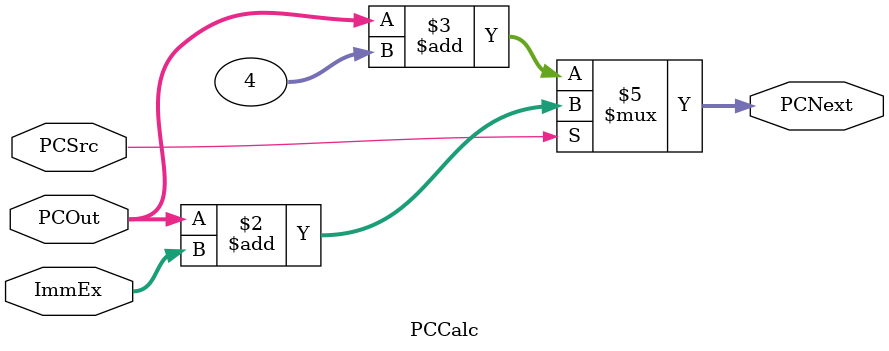
<source format=v>
module PCCalc (
input wire [31:0] ImmEx, PCOut,
input wire PCSrc,
output reg [31:0] PCNext
);

always@(*) begin
if(PCSrc) begin
PCNext <= PCOut + ImmEx;
end
else begin
PCNext <= PCOut + 32'd4;
end 
end 
endmodule
</source>
